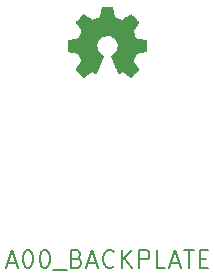
<source format=gbr>
G04 #@! TF.GenerationSoftware,KiCad,Pcbnew,5.1.5-52549c5~86~ubuntu18.04.1*
G04 #@! TF.CreationDate,2020-08-18T13:39:39-05:00*
G04 #@! TF.ProjectId,A00,4130302e-6b69-4636-9164-5f7063625858,rev?*
G04 #@! TF.SameCoordinates,Original*
G04 #@! TF.FileFunction,Legend,Top*
G04 #@! TF.FilePolarity,Positive*
%FSLAX46Y46*%
G04 Gerber Fmt 4.6, Leading zero omitted, Abs format (unit mm)*
G04 Created by KiCad (PCBNEW 5.1.5-52549c5~86~ubuntu18.04.1) date 2020-08-18 13:39:39*
%MOMM*%
%LPD*%
G04 APERTURE LIST*
%ADD10C,0.150000*%
%ADD11C,0.010000*%
G04 APERTURE END LIST*
D10*
X113775600Y-148027200D02*
X114489885Y-148027200D01*
X113632742Y-148455771D02*
X114132742Y-146955771D01*
X114632742Y-148455771D01*
X115418457Y-146955771D02*
X115561314Y-146955771D01*
X115704171Y-147027200D01*
X115775600Y-147098628D01*
X115847028Y-147241485D01*
X115918457Y-147527200D01*
X115918457Y-147884342D01*
X115847028Y-148170057D01*
X115775600Y-148312914D01*
X115704171Y-148384342D01*
X115561314Y-148455771D01*
X115418457Y-148455771D01*
X115275600Y-148384342D01*
X115204171Y-148312914D01*
X115132742Y-148170057D01*
X115061314Y-147884342D01*
X115061314Y-147527200D01*
X115132742Y-147241485D01*
X115204171Y-147098628D01*
X115275600Y-147027200D01*
X115418457Y-146955771D01*
X116847028Y-146955771D02*
X116989885Y-146955771D01*
X117132742Y-147027200D01*
X117204171Y-147098628D01*
X117275600Y-147241485D01*
X117347028Y-147527200D01*
X117347028Y-147884342D01*
X117275600Y-148170057D01*
X117204171Y-148312914D01*
X117132742Y-148384342D01*
X116989885Y-148455771D01*
X116847028Y-148455771D01*
X116704171Y-148384342D01*
X116632742Y-148312914D01*
X116561314Y-148170057D01*
X116489885Y-147884342D01*
X116489885Y-147527200D01*
X116561314Y-147241485D01*
X116632742Y-147098628D01*
X116704171Y-147027200D01*
X116847028Y-146955771D01*
X117632742Y-148598628D02*
X118775600Y-148598628D01*
X119632742Y-147670057D02*
X119847028Y-147741485D01*
X119918457Y-147812914D01*
X119989885Y-147955771D01*
X119989885Y-148170057D01*
X119918457Y-148312914D01*
X119847028Y-148384342D01*
X119704171Y-148455771D01*
X119132742Y-148455771D01*
X119132742Y-146955771D01*
X119632742Y-146955771D01*
X119775600Y-147027200D01*
X119847028Y-147098628D01*
X119918457Y-147241485D01*
X119918457Y-147384342D01*
X119847028Y-147527200D01*
X119775600Y-147598628D01*
X119632742Y-147670057D01*
X119132742Y-147670057D01*
X120561314Y-148027200D02*
X121275600Y-148027200D01*
X120418457Y-148455771D02*
X120918457Y-146955771D01*
X121418457Y-148455771D01*
X122775600Y-148312914D02*
X122704171Y-148384342D01*
X122489885Y-148455771D01*
X122347028Y-148455771D01*
X122132742Y-148384342D01*
X121989885Y-148241485D01*
X121918457Y-148098628D01*
X121847028Y-147812914D01*
X121847028Y-147598628D01*
X121918457Y-147312914D01*
X121989885Y-147170057D01*
X122132742Y-147027200D01*
X122347028Y-146955771D01*
X122489885Y-146955771D01*
X122704171Y-147027200D01*
X122775600Y-147098628D01*
X123418457Y-148455771D02*
X123418457Y-146955771D01*
X124275600Y-148455771D02*
X123632742Y-147598628D01*
X124275600Y-146955771D02*
X123418457Y-147812914D01*
X124918457Y-148455771D02*
X124918457Y-146955771D01*
X125489885Y-146955771D01*
X125632742Y-147027200D01*
X125704171Y-147098628D01*
X125775600Y-147241485D01*
X125775600Y-147455771D01*
X125704171Y-147598628D01*
X125632742Y-147670057D01*
X125489885Y-147741485D01*
X124918457Y-147741485D01*
X127132742Y-148455771D02*
X126418457Y-148455771D01*
X126418457Y-146955771D01*
X127561314Y-148027200D02*
X128275600Y-148027200D01*
X127418457Y-148455771D02*
X127918457Y-146955771D01*
X128418457Y-148455771D01*
X128704171Y-146955771D02*
X129561314Y-146955771D01*
X129132742Y-148455771D02*
X129132742Y-146955771D01*
X130061314Y-147670057D02*
X130561314Y-147670057D01*
X130775600Y-148455771D02*
X130061314Y-148455771D01*
X130061314Y-146955771D01*
X130775600Y-146955771D01*
D11*
G36*
X122729814Y-126805731D02*
G01*
X122813635Y-127250355D01*
X123122920Y-127377853D01*
X123432206Y-127505351D01*
X123803246Y-127253046D01*
X123907157Y-127182796D01*
X124001087Y-127120072D01*
X124080652Y-127067738D01*
X124141470Y-127028657D01*
X124179157Y-127005693D01*
X124189421Y-127000742D01*
X124207910Y-127013476D01*
X124247420Y-127048682D01*
X124303522Y-127101862D01*
X124371787Y-127168518D01*
X124447786Y-127244154D01*
X124527092Y-127324272D01*
X124605275Y-127404374D01*
X124677907Y-127479964D01*
X124740559Y-127546545D01*
X124788803Y-127599618D01*
X124818210Y-127634687D01*
X124825241Y-127646423D01*
X124815123Y-127668060D01*
X124786759Y-127715462D01*
X124743129Y-127783993D01*
X124687218Y-127869015D01*
X124622006Y-127965893D01*
X124584219Y-128021150D01*
X124515343Y-128122048D01*
X124454140Y-128213099D01*
X124403578Y-128289770D01*
X124366628Y-128347528D01*
X124346258Y-128381843D01*
X124343197Y-128389054D01*
X124350136Y-128409548D01*
X124369051Y-128457313D01*
X124397087Y-128525632D01*
X124431391Y-128607789D01*
X124469109Y-128697070D01*
X124507387Y-128786758D01*
X124543370Y-128870138D01*
X124574206Y-128940494D01*
X124597039Y-128991110D01*
X124609017Y-129015271D01*
X124609724Y-129016222D01*
X124628531Y-129020836D01*
X124678618Y-129031128D01*
X124754793Y-129046087D01*
X124851865Y-129064701D01*
X124964643Y-129085959D01*
X125030442Y-129098218D01*
X125150950Y-129121162D01*
X125259797Y-129142995D01*
X125351476Y-129162522D01*
X125420481Y-129178548D01*
X125461304Y-129189879D01*
X125469511Y-129193474D01*
X125477548Y-129217806D01*
X125484033Y-129272759D01*
X125488970Y-129351908D01*
X125492364Y-129448826D01*
X125494218Y-129557087D01*
X125494538Y-129670265D01*
X125493327Y-129781935D01*
X125490590Y-129885668D01*
X125486331Y-129975041D01*
X125480555Y-130043626D01*
X125473267Y-130084997D01*
X125468895Y-130093610D01*
X125442764Y-130103933D01*
X125387393Y-130118692D01*
X125310107Y-130136152D01*
X125218230Y-130154580D01*
X125186158Y-130160541D01*
X125031524Y-130188866D01*
X124909375Y-130211676D01*
X124815673Y-130229880D01*
X124746384Y-130244383D01*
X124697471Y-130256092D01*
X124664897Y-130265915D01*
X124644628Y-130274756D01*
X124632626Y-130283524D01*
X124630947Y-130285257D01*
X124614184Y-130313171D01*
X124588614Y-130367495D01*
X124556788Y-130441577D01*
X124521260Y-130528765D01*
X124484583Y-130622408D01*
X124449311Y-130715852D01*
X124417996Y-130802447D01*
X124393193Y-130875540D01*
X124377454Y-130928478D01*
X124373332Y-130954611D01*
X124373676Y-130955526D01*
X124387641Y-130976886D01*
X124419322Y-131023884D01*
X124465391Y-131091627D01*
X124522518Y-131175223D01*
X124587373Y-131269782D01*
X124605843Y-131296654D01*
X124671699Y-131394075D01*
X124729650Y-131482963D01*
X124776538Y-131558212D01*
X124809207Y-131614720D01*
X124824500Y-131647381D01*
X124825241Y-131651393D01*
X124812392Y-131672484D01*
X124776888Y-131714264D01*
X124723293Y-131772245D01*
X124656171Y-131841935D01*
X124580087Y-131918845D01*
X124499604Y-131998483D01*
X124419287Y-132076361D01*
X124343699Y-132147986D01*
X124277405Y-132208870D01*
X124224969Y-132254521D01*
X124190955Y-132280450D01*
X124181545Y-132284683D01*
X124159643Y-132274712D01*
X124114800Y-132247820D01*
X124054321Y-132208536D01*
X124007789Y-132176917D01*
X123923475Y-132118898D01*
X123823626Y-132050584D01*
X123723473Y-131982379D01*
X123669627Y-131945875D01*
X123487371Y-131822600D01*
X123334381Y-131905320D01*
X123264682Y-131941559D01*
X123205414Y-131969726D01*
X123165311Y-131985791D01*
X123155103Y-131988026D01*
X123142829Y-131971522D01*
X123118613Y-131924882D01*
X123084263Y-131852409D01*
X123041588Y-131758406D01*
X122992394Y-131647174D01*
X122938490Y-131523015D01*
X122881684Y-131390232D01*
X122823782Y-131253127D01*
X122766593Y-131116002D01*
X122711924Y-130983158D01*
X122661584Y-130858898D01*
X122617380Y-130747525D01*
X122581119Y-130653339D01*
X122554609Y-130580644D01*
X122539658Y-130533741D01*
X122537254Y-130517633D01*
X122556311Y-130497086D01*
X122598036Y-130463733D01*
X122653706Y-130424502D01*
X122658378Y-130421399D01*
X122802264Y-130306223D01*
X122918283Y-130171853D01*
X123005430Y-130022584D01*
X123062699Y-129862713D01*
X123089086Y-129696537D01*
X123083585Y-129528352D01*
X123045190Y-129362455D01*
X122972895Y-129203142D01*
X122951626Y-129168287D01*
X122840996Y-129027537D01*
X122710302Y-128914514D01*
X122564064Y-128829803D01*
X122406808Y-128773994D01*
X122243057Y-128747674D01*
X122077333Y-128751430D01*
X121914162Y-128785850D01*
X121758065Y-128851523D01*
X121613567Y-128949035D01*
X121568869Y-128988613D01*
X121455112Y-129112503D01*
X121372218Y-129242924D01*
X121315356Y-129389115D01*
X121283687Y-129533888D01*
X121275869Y-129696660D01*
X121301938Y-129860240D01*
X121359245Y-130019098D01*
X121445144Y-130167706D01*
X121556986Y-130300535D01*
X121692123Y-130412056D01*
X121709883Y-130423811D01*
X121766150Y-130462308D01*
X121808923Y-130495663D01*
X121829372Y-130516960D01*
X121829669Y-130517633D01*
X121825279Y-130540671D01*
X121807876Y-130592957D01*
X121779268Y-130670190D01*
X121741265Y-130768068D01*
X121695674Y-130882291D01*
X121644303Y-131008558D01*
X121588962Y-131142567D01*
X121531458Y-131280018D01*
X121473601Y-131416608D01*
X121417198Y-131548037D01*
X121364058Y-131670005D01*
X121315990Y-131778209D01*
X121274801Y-131868349D01*
X121242301Y-131936123D01*
X121220297Y-131977230D01*
X121211436Y-131988026D01*
X121184360Y-131979619D01*
X121133697Y-131957072D01*
X121068183Y-131924413D01*
X121032159Y-131905320D01*
X120879168Y-131822600D01*
X120696912Y-131945875D01*
X120603875Y-132009028D01*
X120502015Y-132078527D01*
X120406562Y-132143965D01*
X120358750Y-132176917D01*
X120291505Y-132222073D01*
X120234564Y-132257857D01*
X120195354Y-132279738D01*
X120182619Y-132284363D01*
X120164083Y-132271885D01*
X120123059Y-132237052D01*
X120063525Y-132183478D01*
X119989458Y-132114783D01*
X119904835Y-132034581D01*
X119851315Y-131983086D01*
X119757681Y-131891086D01*
X119676759Y-131808799D01*
X119611823Y-131739745D01*
X119566142Y-131687444D01*
X119542989Y-131655416D01*
X119540768Y-131648916D01*
X119551076Y-131624194D01*
X119579561Y-131574205D01*
X119623063Y-131504012D01*
X119678423Y-131418675D01*
X119742480Y-131323256D01*
X119760697Y-131296654D01*
X119827073Y-131199967D01*
X119886622Y-131112917D01*
X119936016Y-131040395D01*
X119971925Y-130987293D01*
X119991019Y-130958503D01*
X119992864Y-130955526D01*
X119990105Y-130932582D01*
X119975462Y-130882136D01*
X119951487Y-130810841D01*
X119920734Y-130725347D01*
X119885756Y-130632307D01*
X119849107Y-130538374D01*
X119813339Y-130450199D01*
X119781006Y-130374434D01*
X119754662Y-130317731D01*
X119736858Y-130286743D01*
X119735593Y-130285257D01*
X119724706Y-130276401D01*
X119706318Y-130267643D01*
X119676394Y-130258077D01*
X119630897Y-130246796D01*
X119565791Y-130232893D01*
X119477039Y-130215463D01*
X119360607Y-130193598D01*
X119212458Y-130166391D01*
X119180382Y-130160541D01*
X119085314Y-130142174D01*
X119002435Y-130124205D01*
X118939070Y-130108369D01*
X118902542Y-130096400D01*
X118897644Y-130093610D01*
X118889573Y-130068872D01*
X118883013Y-130013590D01*
X118877967Y-129934189D01*
X118874441Y-129837096D01*
X118872439Y-129728738D01*
X118871964Y-129615540D01*
X118873023Y-129503928D01*
X118875618Y-129400329D01*
X118879754Y-129311168D01*
X118885437Y-129242872D01*
X118892669Y-129201866D01*
X118897029Y-129193474D01*
X118921302Y-129185008D01*
X118976574Y-129171235D01*
X119057338Y-129153350D01*
X119158088Y-129132548D01*
X119273317Y-129110023D01*
X119336098Y-129098218D01*
X119455213Y-129075951D01*
X119561435Y-129055779D01*
X119649573Y-129038715D01*
X119714434Y-129025769D01*
X119750826Y-129017955D01*
X119756816Y-129016222D01*
X119766939Y-128996690D01*
X119788338Y-128949643D01*
X119818161Y-128881803D01*
X119853555Y-128799891D01*
X119891668Y-128710628D01*
X119929647Y-128620735D01*
X119964640Y-128536935D01*
X119993794Y-128465947D01*
X120014257Y-128414494D01*
X120023177Y-128389297D01*
X120023343Y-128388196D01*
X120013231Y-128368319D01*
X119984883Y-128322577D01*
X119941277Y-128255517D01*
X119885394Y-128171684D01*
X119820213Y-128075626D01*
X119782321Y-128020450D01*
X119713275Y-127919281D01*
X119651950Y-127827430D01*
X119601337Y-127749544D01*
X119564429Y-127690269D01*
X119544218Y-127654251D01*
X119541299Y-127646177D01*
X119553847Y-127627384D01*
X119588537Y-127587257D01*
X119640937Y-127530293D01*
X119706616Y-127460985D01*
X119781144Y-127383831D01*
X119860087Y-127303325D01*
X119939017Y-127223963D01*
X120013500Y-127150240D01*
X120079106Y-127086652D01*
X120131404Y-127037694D01*
X120165961Y-127007861D01*
X120177522Y-127000742D01*
X120196346Y-127010753D01*
X120241369Y-127038878D01*
X120308213Y-127082254D01*
X120392501Y-127138018D01*
X120489856Y-127203306D01*
X120563293Y-127253046D01*
X120934333Y-127505351D01*
X121552905Y-127250355D01*
X121636725Y-126805731D01*
X121720546Y-126361107D01*
X122645994Y-126361107D01*
X122729814Y-126805731D01*
G37*
X122729814Y-126805731D02*
X122813635Y-127250355D01*
X123122920Y-127377853D01*
X123432206Y-127505351D01*
X123803246Y-127253046D01*
X123907157Y-127182796D01*
X124001087Y-127120072D01*
X124080652Y-127067738D01*
X124141470Y-127028657D01*
X124179157Y-127005693D01*
X124189421Y-127000742D01*
X124207910Y-127013476D01*
X124247420Y-127048682D01*
X124303522Y-127101862D01*
X124371787Y-127168518D01*
X124447786Y-127244154D01*
X124527092Y-127324272D01*
X124605275Y-127404374D01*
X124677907Y-127479964D01*
X124740559Y-127546545D01*
X124788803Y-127599618D01*
X124818210Y-127634687D01*
X124825241Y-127646423D01*
X124815123Y-127668060D01*
X124786759Y-127715462D01*
X124743129Y-127783993D01*
X124687218Y-127869015D01*
X124622006Y-127965893D01*
X124584219Y-128021150D01*
X124515343Y-128122048D01*
X124454140Y-128213099D01*
X124403578Y-128289770D01*
X124366628Y-128347528D01*
X124346258Y-128381843D01*
X124343197Y-128389054D01*
X124350136Y-128409548D01*
X124369051Y-128457313D01*
X124397087Y-128525632D01*
X124431391Y-128607789D01*
X124469109Y-128697070D01*
X124507387Y-128786758D01*
X124543370Y-128870138D01*
X124574206Y-128940494D01*
X124597039Y-128991110D01*
X124609017Y-129015271D01*
X124609724Y-129016222D01*
X124628531Y-129020836D01*
X124678618Y-129031128D01*
X124754793Y-129046087D01*
X124851865Y-129064701D01*
X124964643Y-129085959D01*
X125030442Y-129098218D01*
X125150950Y-129121162D01*
X125259797Y-129142995D01*
X125351476Y-129162522D01*
X125420481Y-129178548D01*
X125461304Y-129189879D01*
X125469511Y-129193474D01*
X125477548Y-129217806D01*
X125484033Y-129272759D01*
X125488970Y-129351908D01*
X125492364Y-129448826D01*
X125494218Y-129557087D01*
X125494538Y-129670265D01*
X125493327Y-129781935D01*
X125490590Y-129885668D01*
X125486331Y-129975041D01*
X125480555Y-130043626D01*
X125473267Y-130084997D01*
X125468895Y-130093610D01*
X125442764Y-130103933D01*
X125387393Y-130118692D01*
X125310107Y-130136152D01*
X125218230Y-130154580D01*
X125186158Y-130160541D01*
X125031524Y-130188866D01*
X124909375Y-130211676D01*
X124815673Y-130229880D01*
X124746384Y-130244383D01*
X124697471Y-130256092D01*
X124664897Y-130265915D01*
X124644628Y-130274756D01*
X124632626Y-130283524D01*
X124630947Y-130285257D01*
X124614184Y-130313171D01*
X124588614Y-130367495D01*
X124556788Y-130441577D01*
X124521260Y-130528765D01*
X124484583Y-130622408D01*
X124449311Y-130715852D01*
X124417996Y-130802447D01*
X124393193Y-130875540D01*
X124377454Y-130928478D01*
X124373332Y-130954611D01*
X124373676Y-130955526D01*
X124387641Y-130976886D01*
X124419322Y-131023884D01*
X124465391Y-131091627D01*
X124522518Y-131175223D01*
X124587373Y-131269782D01*
X124605843Y-131296654D01*
X124671699Y-131394075D01*
X124729650Y-131482963D01*
X124776538Y-131558212D01*
X124809207Y-131614720D01*
X124824500Y-131647381D01*
X124825241Y-131651393D01*
X124812392Y-131672484D01*
X124776888Y-131714264D01*
X124723293Y-131772245D01*
X124656171Y-131841935D01*
X124580087Y-131918845D01*
X124499604Y-131998483D01*
X124419287Y-132076361D01*
X124343699Y-132147986D01*
X124277405Y-132208870D01*
X124224969Y-132254521D01*
X124190955Y-132280450D01*
X124181545Y-132284683D01*
X124159643Y-132274712D01*
X124114800Y-132247820D01*
X124054321Y-132208536D01*
X124007789Y-132176917D01*
X123923475Y-132118898D01*
X123823626Y-132050584D01*
X123723473Y-131982379D01*
X123669627Y-131945875D01*
X123487371Y-131822600D01*
X123334381Y-131905320D01*
X123264682Y-131941559D01*
X123205414Y-131969726D01*
X123165311Y-131985791D01*
X123155103Y-131988026D01*
X123142829Y-131971522D01*
X123118613Y-131924882D01*
X123084263Y-131852409D01*
X123041588Y-131758406D01*
X122992394Y-131647174D01*
X122938490Y-131523015D01*
X122881684Y-131390232D01*
X122823782Y-131253127D01*
X122766593Y-131116002D01*
X122711924Y-130983158D01*
X122661584Y-130858898D01*
X122617380Y-130747525D01*
X122581119Y-130653339D01*
X122554609Y-130580644D01*
X122539658Y-130533741D01*
X122537254Y-130517633D01*
X122556311Y-130497086D01*
X122598036Y-130463733D01*
X122653706Y-130424502D01*
X122658378Y-130421399D01*
X122802264Y-130306223D01*
X122918283Y-130171853D01*
X123005430Y-130022584D01*
X123062699Y-129862713D01*
X123089086Y-129696537D01*
X123083585Y-129528352D01*
X123045190Y-129362455D01*
X122972895Y-129203142D01*
X122951626Y-129168287D01*
X122840996Y-129027537D01*
X122710302Y-128914514D01*
X122564064Y-128829803D01*
X122406808Y-128773994D01*
X122243057Y-128747674D01*
X122077333Y-128751430D01*
X121914162Y-128785850D01*
X121758065Y-128851523D01*
X121613567Y-128949035D01*
X121568869Y-128988613D01*
X121455112Y-129112503D01*
X121372218Y-129242924D01*
X121315356Y-129389115D01*
X121283687Y-129533888D01*
X121275869Y-129696660D01*
X121301938Y-129860240D01*
X121359245Y-130019098D01*
X121445144Y-130167706D01*
X121556986Y-130300535D01*
X121692123Y-130412056D01*
X121709883Y-130423811D01*
X121766150Y-130462308D01*
X121808923Y-130495663D01*
X121829372Y-130516960D01*
X121829669Y-130517633D01*
X121825279Y-130540671D01*
X121807876Y-130592957D01*
X121779268Y-130670190D01*
X121741265Y-130768068D01*
X121695674Y-130882291D01*
X121644303Y-131008558D01*
X121588962Y-131142567D01*
X121531458Y-131280018D01*
X121473601Y-131416608D01*
X121417198Y-131548037D01*
X121364058Y-131670005D01*
X121315990Y-131778209D01*
X121274801Y-131868349D01*
X121242301Y-131936123D01*
X121220297Y-131977230D01*
X121211436Y-131988026D01*
X121184360Y-131979619D01*
X121133697Y-131957072D01*
X121068183Y-131924413D01*
X121032159Y-131905320D01*
X120879168Y-131822600D01*
X120696912Y-131945875D01*
X120603875Y-132009028D01*
X120502015Y-132078527D01*
X120406562Y-132143965D01*
X120358750Y-132176917D01*
X120291505Y-132222073D01*
X120234564Y-132257857D01*
X120195354Y-132279738D01*
X120182619Y-132284363D01*
X120164083Y-132271885D01*
X120123059Y-132237052D01*
X120063525Y-132183478D01*
X119989458Y-132114783D01*
X119904835Y-132034581D01*
X119851315Y-131983086D01*
X119757681Y-131891086D01*
X119676759Y-131808799D01*
X119611823Y-131739745D01*
X119566142Y-131687444D01*
X119542989Y-131655416D01*
X119540768Y-131648916D01*
X119551076Y-131624194D01*
X119579561Y-131574205D01*
X119623063Y-131504012D01*
X119678423Y-131418675D01*
X119742480Y-131323256D01*
X119760697Y-131296654D01*
X119827073Y-131199967D01*
X119886622Y-131112917D01*
X119936016Y-131040395D01*
X119971925Y-130987293D01*
X119991019Y-130958503D01*
X119992864Y-130955526D01*
X119990105Y-130932582D01*
X119975462Y-130882136D01*
X119951487Y-130810841D01*
X119920734Y-130725347D01*
X119885756Y-130632307D01*
X119849107Y-130538374D01*
X119813339Y-130450199D01*
X119781006Y-130374434D01*
X119754662Y-130317731D01*
X119736858Y-130286743D01*
X119735593Y-130285257D01*
X119724706Y-130276401D01*
X119706318Y-130267643D01*
X119676394Y-130258077D01*
X119630897Y-130246796D01*
X119565791Y-130232893D01*
X119477039Y-130215463D01*
X119360607Y-130193598D01*
X119212458Y-130166391D01*
X119180382Y-130160541D01*
X119085314Y-130142174D01*
X119002435Y-130124205D01*
X118939070Y-130108369D01*
X118902542Y-130096400D01*
X118897644Y-130093610D01*
X118889573Y-130068872D01*
X118883013Y-130013590D01*
X118877967Y-129934189D01*
X118874441Y-129837096D01*
X118872439Y-129728738D01*
X118871964Y-129615540D01*
X118873023Y-129503928D01*
X118875618Y-129400329D01*
X118879754Y-129311168D01*
X118885437Y-129242872D01*
X118892669Y-129201866D01*
X118897029Y-129193474D01*
X118921302Y-129185008D01*
X118976574Y-129171235D01*
X119057338Y-129153350D01*
X119158088Y-129132548D01*
X119273317Y-129110023D01*
X119336098Y-129098218D01*
X119455213Y-129075951D01*
X119561435Y-129055779D01*
X119649573Y-129038715D01*
X119714434Y-129025769D01*
X119750826Y-129017955D01*
X119756816Y-129016222D01*
X119766939Y-128996690D01*
X119788338Y-128949643D01*
X119818161Y-128881803D01*
X119853555Y-128799891D01*
X119891668Y-128710628D01*
X119929647Y-128620735D01*
X119964640Y-128536935D01*
X119993794Y-128465947D01*
X120014257Y-128414494D01*
X120023177Y-128389297D01*
X120023343Y-128388196D01*
X120013231Y-128368319D01*
X119984883Y-128322577D01*
X119941277Y-128255517D01*
X119885394Y-128171684D01*
X119820213Y-128075626D01*
X119782321Y-128020450D01*
X119713275Y-127919281D01*
X119651950Y-127827430D01*
X119601337Y-127749544D01*
X119564429Y-127690269D01*
X119544218Y-127654251D01*
X119541299Y-127646177D01*
X119553847Y-127627384D01*
X119588537Y-127587257D01*
X119640937Y-127530293D01*
X119706616Y-127460985D01*
X119781144Y-127383831D01*
X119860087Y-127303325D01*
X119939017Y-127223963D01*
X120013500Y-127150240D01*
X120079106Y-127086652D01*
X120131404Y-127037694D01*
X120165961Y-127007861D01*
X120177522Y-127000742D01*
X120196346Y-127010753D01*
X120241369Y-127038878D01*
X120308213Y-127082254D01*
X120392501Y-127138018D01*
X120489856Y-127203306D01*
X120563293Y-127253046D01*
X120934333Y-127505351D01*
X121552905Y-127250355D01*
X121636725Y-126805731D01*
X121720546Y-126361107D01*
X122645994Y-126361107D01*
X122729814Y-126805731D01*
M02*

</source>
